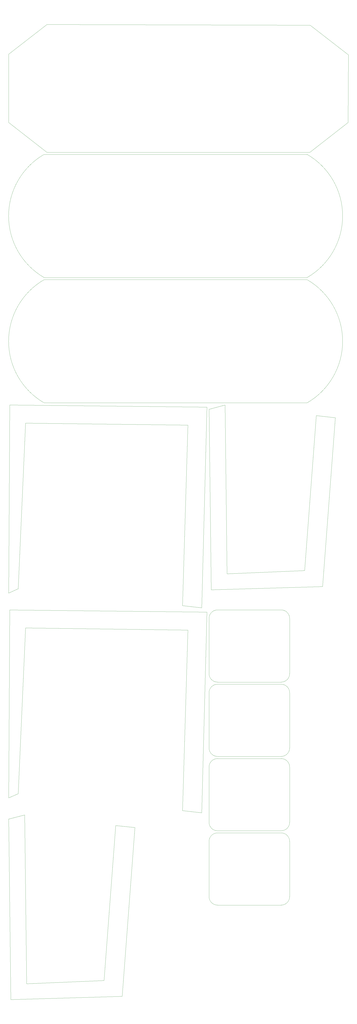
<source format=gbr>
%TF.GenerationSoftware,KiCad,Pcbnew,7.0.6-7.0.6~ubuntu20.04.1*%
%TF.CreationDate,2023-07-11T09:29:22+02:00*%
%TF.ProjectId,output_panel2023-07-11_072908.4244690000,6f757470-7574-45f7-9061-6e656c323032,rev?*%
%TF.SameCoordinates,Original*%
%TF.FileFunction,Profile,NP*%
%FSLAX45Y45*%
G04 Gerber Fmt 4.5, Leading zero omitted, Abs format (unit mm)*
G04 Created by KiCad (PCBNEW 7.0.6-7.0.6~ubuntu20.04.1) date 2023-07-11 09:29:22*
%MOMM*%
%LPD*%
G01*
G04 APERTURE LIST*
%TA.AperFunction,Profile*%
%ADD10C,0.100000*%
%TD*%
%TA.AperFunction,Profile*%
%ADD11C,0.050000*%
%TD*%
G04 APERTURE END LIST*
D10*
X13299982Y-35019691D02*
X13299982Y-37619691D01*
D11*
X4549997Y-45067694D02*
X899996Y-45217694D01*
X99999Y-17969997D02*
X9399999Y-18069997D01*
D10*
X13299982Y-28019691D02*
X13299982Y-30619691D01*
D11*
X9149999Y-37169688D02*
X8249999Y-37069688D01*
D10*
X13299982Y-38519691D02*
X13299982Y-41119691D01*
X9899982Y-27619691D02*
X12899982Y-27619691D01*
D11*
X14123822Y-17870000D02*
G75*
G03*
X14123822Y-12070000I-1674316J2900000D01*
G01*
D10*
X12899982Y-34519692D02*
G75*
G03*
X13299982Y-34119691I-2J400002D01*
G01*
D11*
X49999Y-26819997D02*
X99999Y-17969997D01*
D10*
X16070000Y-1480000D02*
X16050000Y-4670000D01*
D11*
X1723822Y-12070000D02*
G75*
G03*
X1723822Y-17870000I1674316J-2900000D01*
G01*
D10*
X9499979Y-37619691D02*
G75*
G03*
X9899982Y-38019691I400001J1D01*
G01*
X1723822Y-6170000D02*
X14123822Y-6170000D01*
X1850000Y-50000D02*
X14270000Y-90000D01*
D11*
X49996Y-37467694D02*
X149997Y-45967694D01*
D10*
X9899982Y-34619691D02*
X12899982Y-34619691D01*
D11*
X899996Y-45217694D02*
X799996Y-37267694D01*
D10*
X9899982Y-38119692D02*
G75*
G03*
X9499982Y-38519691I-2J-399998D01*
G01*
D11*
X9399999Y-27719688D02*
X9149999Y-37169688D01*
D10*
X1850000Y-6070000D02*
X50000Y-4670000D01*
X13299979Y-38519691D02*
G75*
G03*
X12899982Y-38119691I-399999J1D01*
G01*
D11*
X499999Y-26619997D02*
X49999Y-26819997D01*
D10*
X14270000Y-90000D02*
X16070000Y-1480000D01*
X1723822Y-17870000D02*
X14123822Y-17870000D01*
X13299979Y-28019691D02*
G75*
G03*
X12899982Y-27619691I-399999J1D01*
G01*
X1723822Y-11970000D02*
X14123822Y-11970000D01*
X9899982Y-31119691D02*
X12899982Y-31119691D01*
D11*
X8499999Y-28569688D02*
X849999Y-28469688D01*
X849999Y-18819997D02*
X499999Y-26619997D01*
D10*
X14250000Y-6070000D02*
X1850000Y-6070000D01*
X1723822Y-12070000D02*
X14123822Y-12070000D01*
D11*
X14123822Y-11970000D02*
G75*
G03*
X14123822Y-6170000I-1674316J2900000D01*
G01*
D10*
X9899982Y-38119691D02*
X12899982Y-38119691D01*
X13299979Y-31519691D02*
G75*
G03*
X12899982Y-31119691I-399999J1D01*
G01*
D11*
X8249999Y-27419997D02*
X8499999Y-18919997D01*
D10*
X16050000Y-4670000D02*
X14250000Y-6070000D01*
X50000Y-1450000D02*
X1850000Y-50000D01*
X13299982Y-31519691D02*
X13299982Y-34119691D01*
X9499979Y-41119691D02*
G75*
G03*
X9899982Y-41519691I400001J1D01*
G01*
D11*
X10349978Y-25918311D02*
X10249978Y-17968311D01*
X9499978Y-18168311D02*
X9599978Y-26668311D01*
D10*
X13299979Y-35019691D02*
G75*
G03*
X12899982Y-34619691I-399999J1D01*
G01*
X9499979Y-30619691D02*
G75*
G03*
X9899982Y-31019691I400001J1D01*
G01*
X12899982Y-38019691D02*
X9899982Y-38019691D01*
D11*
X8249999Y-37069688D02*
X8499999Y-28569688D01*
X499999Y-36269688D02*
X49999Y-36469688D01*
D10*
X12899982Y-41519692D02*
G75*
G03*
X13299982Y-41119691I-2J400002D01*
G01*
D11*
X14549978Y-18468311D02*
X13999978Y-25768311D01*
X5399997Y-45817694D02*
X5999996Y-37867694D01*
X14849978Y-26518311D02*
X15449978Y-18568311D01*
X15449978Y-18568311D02*
X14549978Y-18468311D01*
D10*
X9499982Y-30619691D02*
X9499982Y-28019691D01*
D11*
X9149999Y-27519997D02*
X8249999Y-27419997D01*
D10*
X9499979Y-34119691D02*
G75*
G03*
X9899982Y-34519691I400001J1D01*
G01*
D11*
X13999978Y-25768311D02*
X10349978Y-25918311D01*
D10*
X9499982Y-37619691D02*
X9499982Y-35019691D01*
X9899982Y-34619692D02*
G75*
G03*
X9499982Y-35019691I-2J-399998D01*
G01*
X9899982Y-27619692D02*
G75*
G03*
X9499982Y-28019691I-2J-399998D01*
G01*
X9499982Y-34119691D02*
X9499982Y-31519691D01*
D11*
X49999Y-36469688D02*
X99999Y-27619688D01*
X99999Y-27619688D02*
X9399999Y-27719688D01*
X149997Y-45967694D02*
X5399997Y-45817694D01*
D10*
X12899982Y-34519691D02*
X9899982Y-34519691D01*
D11*
X1723822Y-6170000D02*
G75*
G03*
X1723822Y-11970000I1674316J-2900000D01*
G01*
X849999Y-28469688D02*
X499999Y-36269688D01*
D10*
X9899982Y-31119692D02*
G75*
G03*
X9499982Y-31519691I-2J-399998D01*
G01*
X12899982Y-31019692D02*
G75*
G03*
X13299982Y-30619691I-2J400002D01*
G01*
D11*
X8499999Y-18919997D02*
X849999Y-18819997D01*
D10*
X12899982Y-41519691D02*
X9899982Y-41519691D01*
D11*
X9399999Y-18069997D02*
X9149999Y-27519997D01*
D10*
X50000Y-4670000D02*
X50000Y-1450000D01*
X12899982Y-31019691D02*
X9899982Y-31019691D01*
D11*
X5099997Y-37767694D02*
X4549997Y-45067694D01*
X799996Y-37267694D02*
X49996Y-37467694D01*
D10*
X12899982Y-38019692D02*
G75*
G03*
X13299982Y-37619691I-2J400002D01*
G01*
D11*
X5999996Y-37867694D02*
X5099997Y-37767694D01*
X9599978Y-26668311D02*
X14849978Y-26518311D01*
D10*
X9499982Y-41119691D02*
X9499982Y-38519691D01*
D11*
X10249978Y-17968311D02*
X9499978Y-18168311D01*
D10*
X13299982Y-35019691D02*
X13299982Y-37619691D01*
D11*
X4549997Y-45067694D02*
X899996Y-45217694D01*
X99999Y-17969997D02*
X9399999Y-18069997D01*
D10*
X13299982Y-28019691D02*
X13299982Y-30619691D01*
D11*
X9149999Y-37169688D02*
X8249999Y-37069688D01*
D10*
X13299982Y-38519691D02*
X13299982Y-41119691D01*
X9899982Y-27619691D02*
X12899982Y-27619691D01*
D11*
X14123822Y-17870000D02*
G75*
G03*
X14123822Y-12070000I-1674316J2900000D01*
G01*
D10*
X12899982Y-34519692D02*
G75*
G03*
X13299982Y-34119691I-2J400002D01*
G01*
D11*
X49999Y-26819997D02*
X99999Y-17969997D01*
D10*
X16070000Y-1480000D02*
X16050000Y-4670000D01*
D11*
X1723822Y-12070000D02*
G75*
G03*
X1723822Y-17870000I1674316J-2900000D01*
G01*
D10*
X9499979Y-37619691D02*
G75*
G03*
X9899982Y-38019691I400001J1D01*
G01*
X1723822Y-6170000D02*
X14123822Y-6170000D01*
X1850000Y-50000D02*
X14270000Y-90000D01*
D11*
X49996Y-37467694D02*
X149997Y-45967694D01*
D10*
X9899982Y-34619691D02*
X12899982Y-34619691D01*
D11*
X899996Y-45217694D02*
X799996Y-37267694D01*
D10*
X9899982Y-38119692D02*
G75*
G03*
X9499982Y-38519691I-2J-399998D01*
G01*
D11*
X9399999Y-27719688D02*
X9149999Y-37169688D01*
D10*
X1850000Y-6070000D02*
X50000Y-4670000D01*
X13299979Y-38519691D02*
G75*
G03*
X12899982Y-38119691I-399999J1D01*
G01*
D11*
X499999Y-26619997D02*
X49999Y-26819997D01*
D10*
X14270000Y-90000D02*
X16070000Y-1480000D01*
X1723822Y-17870000D02*
X14123822Y-17870000D01*
X13299979Y-28019691D02*
G75*
G03*
X12899982Y-27619691I-399999J1D01*
G01*
X1723822Y-11970000D02*
X14123822Y-11970000D01*
X9899982Y-31119691D02*
X12899982Y-31119691D01*
D11*
X8499999Y-28569688D02*
X849999Y-28469688D01*
X849999Y-18819997D02*
X499999Y-26619997D01*
D10*
X14250000Y-6070000D02*
X1850000Y-6070000D01*
X1723822Y-12070000D02*
X14123822Y-12070000D01*
D11*
X14123822Y-11970000D02*
G75*
G03*
X14123822Y-6170000I-1674316J2900000D01*
G01*
D10*
X9899982Y-38119691D02*
X12899982Y-38119691D01*
X13299979Y-31519691D02*
G75*
G03*
X12899982Y-31119691I-399999J1D01*
G01*
D11*
X8249999Y-27419997D02*
X8499999Y-18919997D01*
D10*
X16050000Y-4670000D02*
X14250000Y-6070000D01*
X50000Y-1450000D02*
X1850000Y-50000D01*
X13299982Y-31519691D02*
X13299982Y-34119691D01*
X9499979Y-41119691D02*
G75*
G03*
X9899982Y-41519691I400001J1D01*
G01*
D11*
X10349978Y-25918311D02*
X10249978Y-17968311D01*
X9499978Y-18168311D02*
X9599978Y-26668311D01*
D10*
X13299979Y-35019691D02*
G75*
G03*
X12899982Y-34619691I-399999J1D01*
G01*
X9499979Y-30619691D02*
G75*
G03*
X9899982Y-31019691I400001J1D01*
G01*
X12899982Y-38019691D02*
X9899982Y-38019691D01*
D11*
X8249999Y-37069688D02*
X8499999Y-28569688D01*
X499999Y-36269688D02*
X49999Y-36469688D01*
D10*
X12899982Y-41519692D02*
G75*
G03*
X13299982Y-41119691I-2J400002D01*
G01*
D11*
X14549978Y-18468311D02*
X13999978Y-25768311D01*
X5399997Y-45817694D02*
X5999996Y-37867694D01*
X14849978Y-26518311D02*
X15449978Y-18568311D01*
X15449978Y-18568311D02*
X14549978Y-18468311D01*
D10*
X9499982Y-30619691D02*
X9499982Y-28019691D01*
D11*
X9149999Y-27519997D02*
X8249999Y-27419997D01*
D10*
X9499979Y-34119691D02*
G75*
G03*
X9899982Y-34519691I400001J1D01*
G01*
D11*
X13999978Y-25768311D02*
X10349978Y-25918311D01*
D10*
X9499982Y-37619691D02*
X9499982Y-35019691D01*
X9899982Y-34619692D02*
G75*
G03*
X9499982Y-35019691I-2J-399998D01*
G01*
X9899982Y-27619692D02*
G75*
G03*
X9499982Y-28019691I-2J-399998D01*
G01*
X9499982Y-34119691D02*
X9499982Y-31519691D01*
D11*
X49999Y-36469688D02*
X99999Y-27619688D01*
X99999Y-27619688D02*
X9399999Y-27719688D01*
X149997Y-45967694D02*
X5399997Y-45817694D01*
D10*
X12899982Y-34519691D02*
X9899982Y-34519691D01*
D11*
X1723822Y-6170000D02*
G75*
G03*
X1723822Y-11970000I1674316J-2900000D01*
G01*
X849999Y-28469688D02*
X499999Y-36269688D01*
D10*
X9899982Y-31119692D02*
G75*
G03*
X9499982Y-31519691I-2J-399998D01*
G01*
X12899982Y-31019692D02*
G75*
G03*
X13299982Y-30619691I-2J400002D01*
G01*
D11*
X8499999Y-18919997D02*
X849999Y-18819997D01*
D10*
X12899982Y-41519691D02*
X9899982Y-41519691D01*
D11*
X9399999Y-18069997D02*
X9149999Y-27519997D01*
D10*
X50000Y-4670000D02*
X50000Y-1450000D01*
X12899982Y-31019691D02*
X9899982Y-31019691D01*
D11*
X5099997Y-37767694D02*
X4549997Y-45067694D01*
X799996Y-37267694D02*
X49996Y-37467694D01*
D10*
X12899982Y-38019692D02*
G75*
G03*
X13299982Y-37619691I-2J400002D01*
G01*
D11*
X5999996Y-37867694D02*
X5099997Y-37767694D01*
X9599978Y-26668311D02*
X14849978Y-26518311D01*
D10*
X9499982Y-41119691D02*
X9499982Y-38519691D01*
D11*
X10249978Y-17968311D02*
X9499978Y-18168311D01*
M02*

</source>
